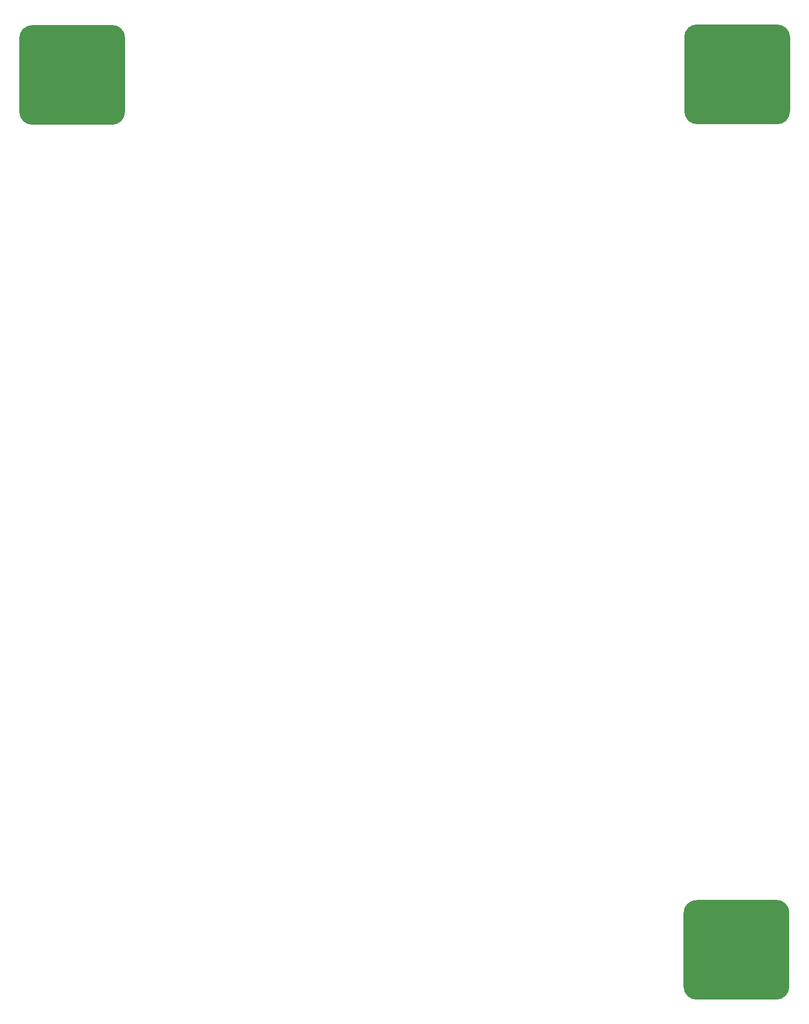
<source format=gbs>
G04 #@! TF.GenerationSoftware,KiCad,Pcbnew,7.0.6*
G04 #@! TF.CreationDate,2023-08-25T15:25:41+01:00*
G04 #@! TF.ProjectId,gdp_flexible,6764705f-666c-4657-9869-626c652e6b69,1.0*
G04 #@! TF.SameCoordinates,Original*
G04 #@! TF.FileFunction,Soldermask,Bot*
G04 #@! TF.FilePolarity,Negative*
%FSLAX46Y46*%
G04 Gerber Fmt 4.6, Leading zero omitted, Abs format (unit mm)*
G04 Created by KiCad (PCBNEW 7.0.6) date 2023-08-25 15:25:41*
%MOMM*%
%LPD*%
G01*
G04 APERTURE LIST*
%ADD10C,2.100000*%
%ADD11C,0.150000*%
G04 APERTURE END LIST*
D10*
X169950000Y-170000000D02*
G75*
G03*
X169950000Y-170000000I-1050000J0D01*
G01*
X157101425Y-39891151D02*
G75*
G03*
X157101425Y-39891151I-1050000J0D01*
G01*
D11*
X170900000Y-170000000D02*
X170900000Y-182000000D01*
X168900000Y-184000000D01*
X155900000Y-184000000D01*
X153900000Y-182000000D01*
X153900000Y-170000000D01*
X155900000Y-168000000D01*
X168900000Y-168000000D01*
X170900000Y-170000000D01*
G36*
X170900000Y-170000000D02*
G01*
X170900000Y-182000000D01*
X168900000Y-184000000D01*
X155900000Y-184000000D01*
X153900000Y-182000000D01*
X153900000Y-170000000D01*
X155900000Y-168000000D01*
X168900000Y-168000000D01*
X170900000Y-170000000D01*
G37*
X63000000Y-28000000D02*
X63000000Y-40000000D01*
X61000000Y-42000000D01*
X48000000Y-42000000D01*
X46000000Y-40000000D01*
X46000000Y-28000000D01*
X48000000Y-26000000D01*
X61000000Y-26000000D01*
X63000000Y-28000000D01*
G36*
X63000000Y-28000000D02*
G01*
X63000000Y-40000000D01*
X61000000Y-42000000D01*
X48000000Y-42000000D01*
X46000000Y-40000000D01*
X46000000Y-28000000D01*
X48000000Y-26000000D01*
X61000000Y-26000000D01*
X63000000Y-28000000D01*
G37*
D10*
X156969610Y-170025602D02*
G75*
G03*
X156969610Y-170025602I-1050000J0D01*
G01*
X49081376Y-39967399D02*
G75*
G03*
X49081376Y-39967399I-1050000J0D01*
G01*
X170070049Y-27923752D02*
G75*
G03*
X170070049Y-27923752I-1050000J0D01*
G01*
X169929951Y-181976248D02*
G75*
G03*
X169929951Y-181976248I-1050000J0D01*
G01*
X62029951Y-39976248D02*
G75*
G03*
X62029951Y-39976248I-1050000J0D01*
G01*
X170050000Y-39900000D02*
G75*
G03*
X170050000Y-39900000I-1050000J0D01*
G01*
X62050000Y-28000000D02*
G75*
G03*
X62050000Y-28000000I-1050000J0D01*
G01*
X157070049Y-27900000D02*
G75*
G03*
X157070049Y-27900000I-1050000J0D01*
G01*
X156981376Y-181967399D02*
G75*
G03*
X156981376Y-181967399I-1050000J0D01*
G01*
X49069610Y-28025602D02*
G75*
G03*
X49069610Y-28025602I-1050000J0D01*
G01*
D11*
X171020049Y-27900000D02*
X171020049Y-39900000D01*
X169020049Y-41900000D01*
X156020049Y-41900000D01*
X154020049Y-39900000D01*
X154020049Y-27900000D01*
X156020049Y-25900000D01*
X169020049Y-25900000D01*
X171020049Y-27900000D01*
G36*
X171020049Y-27900000D02*
G01*
X171020049Y-39900000D01*
X169020049Y-41900000D01*
X156020049Y-41900000D01*
X154020049Y-39900000D01*
X154020049Y-27900000D01*
X156020049Y-25900000D01*
X169020049Y-25900000D01*
X171020049Y-27900000D01*
G37*
M02*

</source>
